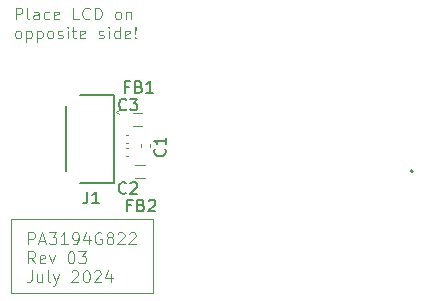
<source format=gbr>
%TF.GenerationSoftware,KiCad,Pcbnew,8.0.4*%
%TF.CreationDate,2024-07-27T12:09:47+02:00*%
%TF.ProjectId,PA3194G822_R03,50413331-3934-4473-9832-325f5230332e,3*%
%TF.SameCoordinates,Original*%
%TF.FileFunction,Legend,Top*%
%TF.FilePolarity,Positive*%
%FSLAX46Y46*%
G04 Gerber Fmt 4.6, Leading zero omitted, Abs format (unit mm)*
G04 Created by KiCad (PCBNEW 8.0.4) date 2024-07-27 12:09:47*
%MOMM*%
%LPD*%
G01*
G04 APERTURE LIST*
%ADD10C,0.100000*%
%ADD11C,0.150000*%
%ADD12C,0.120000*%
%ADD13C,0.152400*%
%ADD14C,0.200000*%
G04 APERTURE END LIST*
D10*
X108415000Y-106800000D02*
X120465000Y-106800000D01*
X120465000Y-113065000D01*
X108415000Y-113065000D01*
X108415000Y-106800000D01*
X108823884Y-89882475D02*
X108823884Y-88882475D01*
X108823884Y-88882475D02*
X109204836Y-88882475D01*
X109204836Y-88882475D02*
X109300074Y-88930094D01*
X109300074Y-88930094D02*
X109347693Y-88977713D01*
X109347693Y-88977713D02*
X109395312Y-89072951D01*
X109395312Y-89072951D02*
X109395312Y-89215808D01*
X109395312Y-89215808D02*
X109347693Y-89311046D01*
X109347693Y-89311046D02*
X109300074Y-89358665D01*
X109300074Y-89358665D02*
X109204836Y-89406284D01*
X109204836Y-89406284D02*
X108823884Y-89406284D01*
X109966741Y-89882475D02*
X109871503Y-89834856D01*
X109871503Y-89834856D02*
X109823884Y-89739617D01*
X109823884Y-89739617D02*
X109823884Y-88882475D01*
X110776265Y-89882475D02*
X110776265Y-89358665D01*
X110776265Y-89358665D02*
X110728646Y-89263427D01*
X110728646Y-89263427D02*
X110633408Y-89215808D01*
X110633408Y-89215808D02*
X110442932Y-89215808D01*
X110442932Y-89215808D02*
X110347694Y-89263427D01*
X110776265Y-89834856D02*
X110681027Y-89882475D01*
X110681027Y-89882475D02*
X110442932Y-89882475D01*
X110442932Y-89882475D02*
X110347694Y-89834856D01*
X110347694Y-89834856D02*
X110300075Y-89739617D01*
X110300075Y-89739617D02*
X110300075Y-89644379D01*
X110300075Y-89644379D02*
X110347694Y-89549141D01*
X110347694Y-89549141D02*
X110442932Y-89501522D01*
X110442932Y-89501522D02*
X110681027Y-89501522D01*
X110681027Y-89501522D02*
X110776265Y-89453903D01*
X111681027Y-89834856D02*
X111585789Y-89882475D01*
X111585789Y-89882475D02*
X111395313Y-89882475D01*
X111395313Y-89882475D02*
X111300075Y-89834856D01*
X111300075Y-89834856D02*
X111252456Y-89787236D01*
X111252456Y-89787236D02*
X111204837Y-89691998D01*
X111204837Y-89691998D02*
X111204837Y-89406284D01*
X111204837Y-89406284D02*
X111252456Y-89311046D01*
X111252456Y-89311046D02*
X111300075Y-89263427D01*
X111300075Y-89263427D02*
X111395313Y-89215808D01*
X111395313Y-89215808D02*
X111585789Y-89215808D01*
X111585789Y-89215808D02*
X111681027Y-89263427D01*
X112490551Y-89834856D02*
X112395313Y-89882475D01*
X112395313Y-89882475D02*
X112204837Y-89882475D01*
X112204837Y-89882475D02*
X112109599Y-89834856D01*
X112109599Y-89834856D02*
X112061980Y-89739617D01*
X112061980Y-89739617D02*
X112061980Y-89358665D01*
X112061980Y-89358665D02*
X112109599Y-89263427D01*
X112109599Y-89263427D02*
X112204837Y-89215808D01*
X112204837Y-89215808D02*
X112395313Y-89215808D01*
X112395313Y-89215808D02*
X112490551Y-89263427D01*
X112490551Y-89263427D02*
X112538170Y-89358665D01*
X112538170Y-89358665D02*
X112538170Y-89453903D01*
X112538170Y-89453903D02*
X112061980Y-89549141D01*
X114204837Y-89882475D02*
X113728647Y-89882475D01*
X113728647Y-89882475D02*
X113728647Y-88882475D01*
X115109599Y-89787236D02*
X115061980Y-89834856D01*
X115061980Y-89834856D02*
X114919123Y-89882475D01*
X114919123Y-89882475D02*
X114823885Y-89882475D01*
X114823885Y-89882475D02*
X114681028Y-89834856D01*
X114681028Y-89834856D02*
X114585790Y-89739617D01*
X114585790Y-89739617D02*
X114538171Y-89644379D01*
X114538171Y-89644379D02*
X114490552Y-89453903D01*
X114490552Y-89453903D02*
X114490552Y-89311046D01*
X114490552Y-89311046D02*
X114538171Y-89120570D01*
X114538171Y-89120570D02*
X114585790Y-89025332D01*
X114585790Y-89025332D02*
X114681028Y-88930094D01*
X114681028Y-88930094D02*
X114823885Y-88882475D01*
X114823885Y-88882475D02*
X114919123Y-88882475D01*
X114919123Y-88882475D02*
X115061980Y-88930094D01*
X115061980Y-88930094D02*
X115109599Y-88977713D01*
X115538171Y-89882475D02*
X115538171Y-88882475D01*
X115538171Y-88882475D02*
X115776266Y-88882475D01*
X115776266Y-88882475D02*
X115919123Y-88930094D01*
X115919123Y-88930094D02*
X116014361Y-89025332D01*
X116014361Y-89025332D02*
X116061980Y-89120570D01*
X116061980Y-89120570D02*
X116109599Y-89311046D01*
X116109599Y-89311046D02*
X116109599Y-89453903D01*
X116109599Y-89453903D02*
X116061980Y-89644379D01*
X116061980Y-89644379D02*
X116014361Y-89739617D01*
X116014361Y-89739617D02*
X115919123Y-89834856D01*
X115919123Y-89834856D02*
X115776266Y-89882475D01*
X115776266Y-89882475D02*
X115538171Y-89882475D01*
X117442933Y-89882475D02*
X117347695Y-89834856D01*
X117347695Y-89834856D02*
X117300076Y-89787236D01*
X117300076Y-89787236D02*
X117252457Y-89691998D01*
X117252457Y-89691998D02*
X117252457Y-89406284D01*
X117252457Y-89406284D02*
X117300076Y-89311046D01*
X117300076Y-89311046D02*
X117347695Y-89263427D01*
X117347695Y-89263427D02*
X117442933Y-89215808D01*
X117442933Y-89215808D02*
X117585790Y-89215808D01*
X117585790Y-89215808D02*
X117681028Y-89263427D01*
X117681028Y-89263427D02*
X117728647Y-89311046D01*
X117728647Y-89311046D02*
X117776266Y-89406284D01*
X117776266Y-89406284D02*
X117776266Y-89691998D01*
X117776266Y-89691998D02*
X117728647Y-89787236D01*
X117728647Y-89787236D02*
X117681028Y-89834856D01*
X117681028Y-89834856D02*
X117585790Y-89882475D01*
X117585790Y-89882475D02*
X117442933Y-89882475D01*
X118204838Y-89215808D02*
X118204838Y-89882475D01*
X118204838Y-89311046D02*
X118252457Y-89263427D01*
X118252457Y-89263427D02*
X118347695Y-89215808D01*
X118347695Y-89215808D02*
X118490552Y-89215808D01*
X118490552Y-89215808D02*
X118585790Y-89263427D01*
X118585790Y-89263427D02*
X118633409Y-89358665D01*
X118633409Y-89358665D02*
X118633409Y-89882475D01*
X108966741Y-91492419D02*
X108871503Y-91444800D01*
X108871503Y-91444800D02*
X108823884Y-91397180D01*
X108823884Y-91397180D02*
X108776265Y-91301942D01*
X108776265Y-91301942D02*
X108776265Y-91016228D01*
X108776265Y-91016228D02*
X108823884Y-90920990D01*
X108823884Y-90920990D02*
X108871503Y-90873371D01*
X108871503Y-90873371D02*
X108966741Y-90825752D01*
X108966741Y-90825752D02*
X109109598Y-90825752D01*
X109109598Y-90825752D02*
X109204836Y-90873371D01*
X109204836Y-90873371D02*
X109252455Y-90920990D01*
X109252455Y-90920990D02*
X109300074Y-91016228D01*
X109300074Y-91016228D02*
X109300074Y-91301942D01*
X109300074Y-91301942D02*
X109252455Y-91397180D01*
X109252455Y-91397180D02*
X109204836Y-91444800D01*
X109204836Y-91444800D02*
X109109598Y-91492419D01*
X109109598Y-91492419D02*
X108966741Y-91492419D01*
X109728646Y-90825752D02*
X109728646Y-91825752D01*
X109728646Y-90873371D02*
X109823884Y-90825752D01*
X109823884Y-90825752D02*
X110014360Y-90825752D01*
X110014360Y-90825752D02*
X110109598Y-90873371D01*
X110109598Y-90873371D02*
X110157217Y-90920990D01*
X110157217Y-90920990D02*
X110204836Y-91016228D01*
X110204836Y-91016228D02*
X110204836Y-91301942D01*
X110204836Y-91301942D02*
X110157217Y-91397180D01*
X110157217Y-91397180D02*
X110109598Y-91444800D01*
X110109598Y-91444800D02*
X110014360Y-91492419D01*
X110014360Y-91492419D02*
X109823884Y-91492419D01*
X109823884Y-91492419D02*
X109728646Y-91444800D01*
X110633408Y-90825752D02*
X110633408Y-91825752D01*
X110633408Y-90873371D02*
X110728646Y-90825752D01*
X110728646Y-90825752D02*
X110919122Y-90825752D01*
X110919122Y-90825752D02*
X111014360Y-90873371D01*
X111014360Y-90873371D02*
X111061979Y-90920990D01*
X111061979Y-90920990D02*
X111109598Y-91016228D01*
X111109598Y-91016228D02*
X111109598Y-91301942D01*
X111109598Y-91301942D02*
X111061979Y-91397180D01*
X111061979Y-91397180D02*
X111014360Y-91444800D01*
X111014360Y-91444800D02*
X110919122Y-91492419D01*
X110919122Y-91492419D02*
X110728646Y-91492419D01*
X110728646Y-91492419D02*
X110633408Y-91444800D01*
X111681027Y-91492419D02*
X111585789Y-91444800D01*
X111585789Y-91444800D02*
X111538170Y-91397180D01*
X111538170Y-91397180D02*
X111490551Y-91301942D01*
X111490551Y-91301942D02*
X111490551Y-91016228D01*
X111490551Y-91016228D02*
X111538170Y-90920990D01*
X111538170Y-90920990D02*
X111585789Y-90873371D01*
X111585789Y-90873371D02*
X111681027Y-90825752D01*
X111681027Y-90825752D02*
X111823884Y-90825752D01*
X111823884Y-90825752D02*
X111919122Y-90873371D01*
X111919122Y-90873371D02*
X111966741Y-90920990D01*
X111966741Y-90920990D02*
X112014360Y-91016228D01*
X112014360Y-91016228D02*
X112014360Y-91301942D01*
X112014360Y-91301942D02*
X111966741Y-91397180D01*
X111966741Y-91397180D02*
X111919122Y-91444800D01*
X111919122Y-91444800D02*
X111823884Y-91492419D01*
X111823884Y-91492419D02*
X111681027Y-91492419D01*
X112395313Y-91444800D02*
X112490551Y-91492419D01*
X112490551Y-91492419D02*
X112681027Y-91492419D01*
X112681027Y-91492419D02*
X112776265Y-91444800D01*
X112776265Y-91444800D02*
X112823884Y-91349561D01*
X112823884Y-91349561D02*
X112823884Y-91301942D01*
X112823884Y-91301942D02*
X112776265Y-91206704D01*
X112776265Y-91206704D02*
X112681027Y-91159085D01*
X112681027Y-91159085D02*
X112538170Y-91159085D01*
X112538170Y-91159085D02*
X112442932Y-91111466D01*
X112442932Y-91111466D02*
X112395313Y-91016228D01*
X112395313Y-91016228D02*
X112395313Y-90968609D01*
X112395313Y-90968609D02*
X112442932Y-90873371D01*
X112442932Y-90873371D02*
X112538170Y-90825752D01*
X112538170Y-90825752D02*
X112681027Y-90825752D01*
X112681027Y-90825752D02*
X112776265Y-90873371D01*
X113252456Y-91492419D02*
X113252456Y-90825752D01*
X113252456Y-90492419D02*
X113204837Y-90540038D01*
X113204837Y-90540038D02*
X113252456Y-90587657D01*
X113252456Y-90587657D02*
X113300075Y-90540038D01*
X113300075Y-90540038D02*
X113252456Y-90492419D01*
X113252456Y-90492419D02*
X113252456Y-90587657D01*
X113585789Y-90825752D02*
X113966741Y-90825752D01*
X113728646Y-90492419D02*
X113728646Y-91349561D01*
X113728646Y-91349561D02*
X113776265Y-91444800D01*
X113776265Y-91444800D02*
X113871503Y-91492419D01*
X113871503Y-91492419D02*
X113966741Y-91492419D01*
X114681027Y-91444800D02*
X114585789Y-91492419D01*
X114585789Y-91492419D02*
X114395313Y-91492419D01*
X114395313Y-91492419D02*
X114300075Y-91444800D01*
X114300075Y-91444800D02*
X114252456Y-91349561D01*
X114252456Y-91349561D02*
X114252456Y-90968609D01*
X114252456Y-90968609D02*
X114300075Y-90873371D01*
X114300075Y-90873371D02*
X114395313Y-90825752D01*
X114395313Y-90825752D02*
X114585789Y-90825752D01*
X114585789Y-90825752D02*
X114681027Y-90873371D01*
X114681027Y-90873371D02*
X114728646Y-90968609D01*
X114728646Y-90968609D02*
X114728646Y-91063847D01*
X114728646Y-91063847D02*
X114252456Y-91159085D01*
X115871504Y-91444800D02*
X115966742Y-91492419D01*
X115966742Y-91492419D02*
X116157218Y-91492419D01*
X116157218Y-91492419D02*
X116252456Y-91444800D01*
X116252456Y-91444800D02*
X116300075Y-91349561D01*
X116300075Y-91349561D02*
X116300075Y-91301942D01*
X116300075Y-91301942D02*
X116252456Y-91206704D01*
X116252456Y-91206704D02*
X116157218Y-91159085D01*
X116157218Y-91159085D02*
X116014361Y-91159085D01*
X116014361Y-91159085D02*
X115919123Y-91111466D01*
X115919123Y-91111466D02*
X115871504Y-91016228D01*
X115871504Y-91016228D02*
X115871504Y-90968609D01*
X115871504Y-90968609D02*
X115919123Y-90873371D01*
X115919123Y-90873371D02*
X116014361Y-90825752D01*
X116014361Y-90825752D02*
X116157218Y-90825752D01*
X116157218Y-90825752D02*
X116252456Y-90873371D01*
X116728647Y-91492419D02*
X116728647Y-90825752D01*
X116728647Y-90492419D02*
X116681028Y-90540038D01*
X116681028Y-90540038D02*
X116728647Y-90587657D01*
X116728647Y-90587657D02*
X116776266Y-90540038D01*
X116776266Y-90540038D02*
X116728647Y-90492419D01*
X116728647Y-90492419D02*
X116728647Y-90587657D01*
X117633408Y-91492419D02*
X117633408Y-90492419D01*
X117633408Y-91444800D02*
X117538170Y-91492419D01*
X117538170Y-91492419D02*
X117347694Y-91492419D01*
X117347694Y-91492419D02*
X117252456Y-91444800D01*
X117252456Y-91444800D02*
X117204837Y-91397180D01*
X117204837Y-91397180D02*
X117157218Y-91301942D01*
X117157218Y-91301942D02*
X117157218Y-91016228D01*
X117157218Y-91016228D02*
X117204837Y-90920990D01*
X117204837Y-90920990D02*
X117252456Y-90873371D01*
X117252456Y-90873371D02*
X117347694Y-90825752D01*
X117347694Y-90825752D02*
X117538170Y-90825752D01*
X117538170Y-90825752D02*
X117633408Y-90873371D01*
X118490551Y-91444800D02*
X118395313Y-91492419D01*
X118395313Y-91492419D02*
X118204837Y-91492419D01*
X118204837Y-91492419D02*
X118109599Y-91444800D01*
X118109599Y-91444800D02*
X118061980Y-91349561D01*
X118061980Y-91349561D02*
X118061980Y-90968609D01*
X118061980Y-90968609D02*
X118109599Y-90873371D01*
X118109599Y-90873371D02*
X118204837Y-90825752D01*
X118204837Y-90825752D02*
X118395313Y-90825752D01*
X118395313Y-90825752D02*
X118490551Y-90873371D01*
X118490551Y-90873371D02*
X118538170Y-90968609D01*
X118538170Y-90968609D02*
X118538170Y-91063847D01*
X118538170Y-91063847D02*
X118061980Y-91159085D01*
X118966742Y-91397180D02*
X119014361Y-91444800D01*
X119014361Y-91444800D02*
X118966742Y-91492419D01*
X118966742Y-91492419D02*
X118919123Y-91444800D01*
X118919123Y-91444800D02*
X118966742Y-91397180D01*
X118966742Y-91397180D02*
X118966742Y-91492419D01*
X118966742Y-91111466D02*
X118919123Y-90540038D01*
X118919123Y-90540038D02*
X118966742Y-90492419D01*
X118966742Y-90492419D02*
X119014361Y-90540038D01*
X119014361Y-90540038D02*
X118966742Y-91111466D01*
X118966742Y-91111466D02*
X118966742Y-90492419D01*
X109908884Y-108915031D02*
X109908884Y-107915031D01*
X109908884Y-107915031D02*
X110289836Y-107915031D01*
X110289836Y-107915031D02*
X110385074Y-107962650D01*
X110385074Y-107962650D02*
X110432693Y-108010269D01*
X110432693Y-108010269D02*
X110480312Y-108105507D01*
X110480312Y-108105507D02*
X110480312Y-108248364D01*
X110480312Y-108248364D02*
X110432693Y-108343602D01*
X110432693Y-108343602D02*
X110385074Y-108391221D01*
X110385074Y-108391221D02*
X110289836Y-108438840D01*
X110289836Y-108438840D02*
X109908884Y-108438840D01*
X110861265Y-108629316D02*
X111337455Y-108629316D01*
X110766027Y-108915031D02*
X111099360Y-107915031D01*
X111099360Y-107915031D02*
X111432693Y-108915031D01*
X111670789Y-107915031D02*
X112289836Y-107915031D01*
X112289836Y-107915031D02*
X111956503Y-108295983D01*
X111956503Y-108295983D02*
X112099360Y-108295983D01*
X112099360Y-108295983D02*
X112194598Y-108343602D01*
X112194598Y-108343602D02*
X112242217Y-108391221D01*
X112242217Y-108391221D02*
X112289836Y-108486459D01*
X112289836Y-108486459D02*
X112289836Y-108724554D01*
X112289836Y-108724554D02*
X112242217Y-108819792D01*
X112242217Y-108819792D02*
X112194598Y-108867412D01*
X112194598Y-108867412D02*
X112099360Y-108915031D01*
X112099360Y-108915031D02*
X111813646Y-108915031D01*
X111813646Y-108915031D02*
X111718408Y-108867412D01*
X111718408Y-108867412D02*
X111670789Y-108819792D01*
X113242217Y-108915031D02*
X112670789Y-108915031D01*
X112956503Y-108915031D02*
X112956503Y-107915031D01*
X112956503Y-107915031D02*
X112861265Y-108057888D01*
X112861265Y-108057888D02*
X112766027Y-108153126D01*
X112766027Y-108153126D02*
X112670789Y-108200745D01*
X113718408Y-108915031D02*
X113908884Y-108915031D01*
X113908884Y-108915031D02*
X114004122Y-108867412D01*
X114004122Y-108867412D02*
X114051741Y-108819792D01*
X114051741Y-108819792D02*
X114146979Y-108676935D01*
X114146979Y-108676935D02*
X114194598Y-108486459D01*
X114194598Y-108486459D02*
X114194598Y-108105507D01*
X114194598Y-108105507D02*
X114146979Y-108010269D01*
X114146979Y-108010269D02*
X114099360Y-107962650D01*
X114099360Y-107962650D02*
X114004122Y-107915031D01*
X114004122Y-107915031D02*
X113813646Y-107915031D01*
X113813646Y-107915031D02*
X113718408Y-107962650D01*
X113718408Y-107962650D02*
X113670789Y-108010269D01*
X113670789Y-108010269D02*
X113623170Y-108105507D01*
X113623170Y-108105507D02*
X113623170Y-108343602D01*
X113623170Y-108343602D02*
X113670789Y-108438840D01*
X113670789Y-108438840D02*
X113718408Y-108486459D01*
X113718408Y-108486459D02*
X113813646Y-108534078D01*
X113813646Y-108534078D02*
X114004122Y-108534078D01*
X114004122Y-108534078D02*
X114099360Y-108486459D01*
X114099360Y-108486459D02*
X114146979Y-108438840D01*
X114146979Y-108438840D02*
X114194598Y-108343602D01*
X115051741Y-108248364D02*
X115051741Y-108915031D01*
X114813646Y-107867412D02*
X114575551Y-108581697D01*
X114575551Y-108581697D02*
X115194598Y-108581697D01*
X116099360Y-107962650D02*
X116004122Y-107915031D01*
X116004122Y-107915031D02*
X115861265Y-107915031D01*
X115861265Y-107915031D02*
X115718408Y-107962650D01*
X115718408Y-107962650D02*
X115623170Y-108057888D01*
X115623170Y-108057888D02*
X115575551Y-108153126D01*
X115575551Y-108153126D02*
X115527932Y-108343602D01*
X115527932Y-108343602D02*
X115527932Y-108486459D01*
X115527932Y-108486459D02*
X115575551Y-108676935D01*
X115575551Y-108676935D02*
X115623170Y-108772173D01*
X115623170Y-108772173D02*
X115718408Y-108867412D01*
X115718408Y-108867412D02*
X115861265Y-108915031D01*
X115861265Y-108915031D02*
X115956503Y-108915031D01*
X115956503Y-108915031D02*
X116099360Y-108867412D01*
X116099360Y-108867412D02*
X116146979Y-108819792D01*
X116146979Y-108819792D02*
X116146979Y-108486459D01*
X116146979Y-108486459D02*
X115956503Y-108486459D01*
X116718408Y-108343602D02*
X116623170Y-108295983D01*
X116623170Y-108295983D02*
X116575551Y-108248364D01*
X116575551Y-108248364D02*
X116527932Y-108153126D01*
X116527932Y-108153126D02*
X116527932Y-108105507D01*
X116527932Y-108105507D02*
X116575551Y-108010269D01*
X116575551Y-108010269D02*
X116623170Y-107962650D01*
X116623170Y-107962650D02*
X116718408Y-107915031D01*
X116718408Y-107915031D02*
X116908884Y-107915031D01*
X116908884Y-107915031D02*
X117004122Y-107962650D01*
X117004122Y-107962650D02*
X117051741Y-108010269D01*
X117051741Y-108010269D02*
X117099360Y-108105507D01*
X117099360Y-108105507D02*
X117099360Y-108153126D01*
X117099360Y-108153126D02*
X117051741Y-108248364D01*
X117051741Y-108248364D02*
X117004122Y-108295983D01*
X117004122Y-108295983D02*
X116908884Y-108343602D01*
X116908884Y-108343602D02*
X116718408Y-108343602D01*
X116718408Y-108343602D02*
X116623170Y-108391221D01*
X116623170Y-108391221D02*
X116575551Y-108438840D01*
X116575551Y-108438840D02*
X116527932Y-108534078D01*
X116527932Y-108534078D02*
X116527932Y-108724554D01*
X116527932Y-108724554D02*
X116575551Y-108819792D01*
X116575551Y-108819792D02*
X116623170Y-108867412D01*
X116623170Y-108867412D02*
X116718408Y-108915031D01*
X116718408Y-108915031D02*
X116908884Y-108915031D01*
X116908884Y-108915031D02*
X117004122Y-108867412D01*
X117004122Y-108867412D02*
X117051741Y-108819792D01*
X117051741Y-108819792D02*
X117099360Y-108724554D01*
X117099360Y-108724554D02*
X117099360Y-108534078D01*
X117099360Y-108534078D02*
X117051741Y-108438840D01*
X117051741Y-108438840D02*
X117004122Y-108391221D01*
X117004122Y-108391221D02*
X116908884Y-108343602D01*
X117480313Y-108010269D02*
X117527932Y-107962650D01*
X117527932Y-107962650D02*
X117623170Y-107915031D01*
X117623170Y-107915031D02*
X117861265Y-107915031D01*
X117861265Y-107915031D02*
X117956503Y-107962650D01*
X117956503Y-107962650D02*
X118004122Y-108010269D01*
X118004122Y-108010269D02*
X118051741Y-108105507D01*
X118051741Y-108105507D02*
X118051741Y-108200745D01*
X118051741Y-108200745D02*
X118004122Y-108343602D01*
X118004122Y-108343602D02*
X117432694Y-108915031D01*
X117432694Y-108915031D02*
X118051741Y-108915031D01*
X118432694Y-108010269D02*
X118480313Y-107962650D01*
X118480313Y-107962650D02*
X118575551Y-107915031D01*
X118575551Y-107915031D02*
X118813646Y-107915031D01*
X118813646Y-107915031D02*
X118908884Y-107962650D01*
X118908884Y-107962650D02*
X118956503Y-108010269D01*
X118956503Y-108010269D02*
X119004122Y-108105507D01*
X119004122Y-108105507D02*
X119004122Y-108200745D01*
X119004122Y-108200745D02*
X118956503Y-108343602D01*
X118956503Y-108343602D02*
X118385075Y-108915031D01*
X118385075Y-108915031D02*
X119004122Y-108915031D01*
X110480312Y-110524975D02*
X110146979Y-110048784D01*
X109908884Y-110524975D02*
X109908884Y-109524975D01*
X109908884Y-109524975D02*
X110289836Y-109524975D01*
X110289836Y-109524975D02*
X110385074Y-109572594D01*
X110385074Y-109572594D02*
X110432693Y-109620213D01*
X110432693Y-109620213D02*
X110480312Y-109715451D01*
X110480312Y-109715451D02*
X110480312Y-109858308D01*
X110480312Y-109858308D02*
X110432693Y-109953546D01*
X110432693Y-109953546D02*
X110385074Y-110001165D01*
X110385074Y-110001165D02*
X110289836Y-110048784D01*
X110289836Y-110048784D02*
X109908884Y-110048784D01*
X111289836Y-110477356D02*
X111194598Y-110524975D01*
X111194598Y-110524975D02*
X111004122Y-110524975D01*
X111004122Y-110524975D02*
X110908884Y-110477356D01*
X110908884Y-110477356D02*
X110861265Y-110382117D01*
X110861265Y-110382117D02*
X110861265Y-110001165D01*
X110861265Y-110001165D02*
X110908884Y-109905927D01*
X110908884Y-109905927D02*
X111004122Y-109858308D01*
X111004122Y-109858308D02*
X111194598Y-109858308D01*
X111194598Y-109858308D02*
X111289836Y-109905927D01*
X111289836Y-109905927D02*
X111337455Y-110001165D01*
X111337455Y-110001165D02*
X111337455Y-110096403D01*
X111337455Y-110096403D02*
X110861265Y-110191641D01*
X111670789Y-109858308D02*
X111908884Y-110524975D01*
X111908884Y-110524975D02*
X112146979Y-109858308D01*
X113480313Y-109524975D02*
X113575551Y-109524975D01*
X113575551Y-109524975D02*
X113670789Y-109572594D01*
X113670789Y-109572594D02*
X113718408Y-109620213D01*
X113718408Y-109620213D02*
X113766027Y-109715451D01*
X113766027Y-109715451D02*
X113813646Y-109905927D01*
X113813646Y-109905927D02*
X113813646Y-110144022D01*
X113813646Y-110144022D02*
X113766027Y-110334498D01*
X113766027Y-110334498D02*
X113718408Y-110429736D01*
X113718408Y-110429736D02*
X113670789Y-110477356D01*
X113670789Y-110477356D02*
X113575551Y-110524975D01*
X113575551Y-110524975D02*
X113480313Y-110524975D01*
X113480313Y-110524975D02*
X113385075Y-110477356D01*
X113385075Y-110477356D02*
X113337456Y-110429736D01*
X113337456Y-110429736D02*
X113289837Y-110334498D01*
X113289837Y-110334498D02*
X113242218Y-110144022D01*
X113242218Y-110144022D02*
X113242218Y-109905927D01*
X113242218Y-109905927D02*
X113289837Y-109715451D01*
X113289837Y-109715451D02*
X113337456Y-109620213D01*
X113337456Y-109620213D02*
X113385075Y-109572594D01*
X113385075Y-109572594D02*
X113480313Y-109524975D01*
X114146980Y-109524975D02*
X114766027Y-109524975D01*
X114766027Y-109524975D02*
X114432694Y-109905927D01*
X114432694Y-109905927D02*
X114575551Y-109905927D01*
X114575551Y-109905927D02*
X114670789Y-109953546D01*
X114670789Y-109953546D02*
X114718408Y-110001165D01*
X114718408Y-110001165D02*
X114766027Y-110096403D01*
X114766027Y-110096403D02*
X114766027Y-110334498D01*
X114766027Y-110334498D02*
X114718408Y-110429736D01*
X114718408Y-110429736D02*
X114670789Y-110477356D01*
X114670789Y-110477356D02*
X114575551Y-110524975D01*
X114575551Y-110524975D02*
X114289837Y-110524975D01*
X114289837Y-110524975D02*
X114194599Y-110477356D01*
X114194599Y-110477356D02*
X114146980Y-110429736D01*
X110194598Y-111134919D02*
X110194598Y-111849204D01*
X110194598Y-111849204D02*
X110146979Y-111992061D01*
X110146979Y-111992061D02*
X110051741Y-112087300D01*
X110051741Y-112087300D02*
X109908884Y-112134919D01*
X109908884Y-112134919D02*
X109813646Y-112134919D01*
X111099360Y-111468252D02*
X111099360Y-112134919D01*
X110670789Y-111468252D02*
X110670789Y-111992061D01*
X110670789Y-111992061D02*
X110718408Y-112087300D01*
X110718408Y-112087300D02*
X110813646Y-112134919D01*
X110813646Y-112134919D02*
X110956503Y-112134919D01*
X110956503Y-112134919D02*
X111051741Y-112087300D01*
X111051741Y-112087300D02*
X111099360Y-112039680D01*
X111718408Y-112134919D02*
X111623170Y-112087300D01*
X111623170Y-112087300D02*
X111575551Y-111992061D01*
X111575551Y-111992061D02*
X111575551Y-111134919D01*
X112004123Y-111468252D02*
X112242218Y-112134919D01*
X112480313Y-111468252D02*
X112242218Y-112134919D01*
X112242218Y-112134919D02*
X112146980Y-112373014D01*
X112146980Y-112373014D02*
X112099361Y-112420633D01*
X112099361Y-112420633D02*
X112004123Y-112468252D01*
X113575552Y-111230157D02*
X113623171Y-111182538D01*
X113623171Y-111182538D02*
X113718409Y-111134919D01*
X113718409Y-111134919D02*
X113956504Y-111134919D01*
X113956504Y-111134919D02*
X114051742Y-111182538D01*
X114051742Y-111182538D02*
X114099361Y-111230157D01*
X114099361Y-111230157D02*
X114146980Y-111325395D01*
X114146980Y-111325395D02*
X114146980Y-111420633D01*
X114146980Y-111420633D02*
X114099361Y-111563490D01*
X114099361Y-111563490D02*
X113527933Y-112134919D01*
X113527933Y-112134919D02*
X114146980Y-112134919D01*
X114766028Y-111134919D02*
X114861266Y-111134919D01*
X114861266Y-111134919D02*
X114956504Y-111182538D01*
X114956504Y-111182538D02*
X115004123Y-111230157D01*
X115004123Y-111230157D02*
X115051742Y-111325395D01*
X115051742Y-111325395D02*
X115099361Y-111515871D01*
X115099361Y-111515871D02*
X115099361Y-111753966D01*
X115099361Y-111753966D02*
X115051742Y-111944442D01*
X115051742Y-111944442D02*
X115004123Y-112039680D01*
X115004123Y-112039680D02*
X114956504Y-112087300D01*
X114956504Y-112087300D02*
X114861266Y-112134919D01*
X114861266Y-112134919D02*
X114766028Y-112134919D01*
X114766028Y-112134919D02*
X114670790Y-112087300D01*
X114670790Y-112087300D02*
X114623171Y-112039680D01*
X114623171Y-112039680D02*
X114575552Y-111944442D01*
X114575552Y-111944442D02*
X114527933Y-111753966D01*
X114527933Y-111753966D02*
X114527933Y-111515871D01*
X114527933Y-111515871D02*
X114575552Y-111325395D01*
X114575552Y-111325395D02*
X114623171Y-111230157D01*
X114623171Y-111230157D02*
X114670790Y-111182538D01*
X114670790Y-111182538D02*
X114766028Y-111134919D01*
X115480314Y-111230157D02*
X115527933Y-111182538D01*
X115527933Y-111182538D02*
X115623171Y-111134919D01*
X115623171Y-111134919D02*
X115861266Y-111134919D01*
X115861266Y-111134919D02*
X115956504Y-111182538D01*
X115956504Y-111182538D02*
X116004123Y-111230157D01*
X116004123Y-111230157D02*
X116051742Y-111325395D01*
X116051742Y-111325395D02*
X116051742Y-111420633D01*
X116051742Y-111420633D02*
X116004123Y-111563490D01*
X116004123Y-111563490D02*
X115432695Y-112134919D01*
X115432695Y-112134919D02*
X116051742Y-112134919D01*
X116908885Y-111468252D02*
X116908885Y-112134919D01*
X116670790Y-111087300D02*
X116432695Y-111801585D01*
X116432695Y-111801585D02*
X117051742Y-111801585D01*
D11*
X118173333Y-104559580D02*
X118125714Y-104607200D01*
X118125714Y-104607200D02*
X117982857Y-104654819D01*
X117982857Y-104654819D02*
X117887619Y-104654819D01*
X117887619Y-104654819D02*
X117744762Y-104607200D01*
X117744762Y-104607200D02*
X117649524Y-104511961D01*
X117649524Y-104511961D02*
X117601905Y-104416723D01*
X117601905Y-104416723D02*
X117554286Y-104226247D01*
X117554286Y-104226247D02*
X117554286Y-104083390D01*
X117554286Y-104083390D02*
X117601905Y-103892914D01*
X117601905Y-103892914D02*
X117649524Y-103797676D01*
X117649524Y-103797676D02*
X117744762Y-103702438D01*
X117744762Y-103702438D02*
X117887619Y-103654819D01*
X117887619Y-103654819D02*
X117982857Y-103654819D01*
X117982857Y-103654819D02*
X118125714Y-103702438D01*
X118125714Y-103702438D02*
X118173333Y-103750057D01*
X118554286Y-103750057D02*
X118601905Y-103702438D01*
X118601905Y-103702438D02*
X118697143Y-103654819D01*
X118697143Y-103654819D02*
X118935238Y-103654819D01*
X118935238Y-103654819D02*
X119030476Y-103702438D01*
X119030476Y-103702438D02*
X119078095Y-103750057D01*
X119078095Y-103750057D02*
X119125714Y-103845295D01*
X119125714Y-103845295D02*
X119125714Y-103940533D01*
X119125714Y-103940533D02*
X119078095Y-104083390D01*
X119078095Y-104083390D02*
X118506667Y-104654819D01*
X118506667Y-104654819D02*
X119125714Y-104654819D01*
X121449580Y-100841666D02*
X121497200Y-100889285D01*
X121497200Y-100889285D02*
X121544819Y-101032142D01*
X121544819Y-101032142D02*
X121544819Y-101127380D01*
X121544819Y-101127380D02*
X121497200Y-101270237D01*
X121497200Y-101270237D02*
X121401961Y-101365475D01*
X121401961Y-101365475D02*
X121306723Y-101413094D01*
X121306723Y-101413094D02*
X121116247Y-101460713D01*
X121116247Y-101460713D02*
X120973390Y-101460713D01*
X120973390Y-101460713D02*
X120782914Y-101413094D01*
X120782914Y-101413094D02*
X120687676Y-101365475D01*
X120687676Y-101365475D02*
X120592438Y-101270237D01*
X120592438Y-101270237D02*
X120544819Y-101127380D01*
X120544819Y-101127380D02*
X120544819Y-101032142D01*
X120544819Y-101032142D02*
X120592438Y-100889285D01*
X120592438Y-100889285D02*
X120640057Y-100841666D01*
X121544819Y-99889285D02*
X121544819Y-100460713D01*
X121544819Y-100174999D02*
X120544819Y-100174999D01*
X120544819Y-100174999D02*
X120687676Y-100270237D01*
X120687676Y-100270237D02*
X120782914Y-100365475D01*
X120782914Y-100365475D02*
X120830533Y-100460713D01*
X118406666Y-95581009D02*
X118073333Y-95581009D01*
X118073333Y-96104819D02*
X118073333Y-95104819D01*
X118073333Y-95104819D02*
X118549523Y-95104819D01*
X119263809Y-95581009D02*
X119406666Y-95628628D01*
X119406666Y-95628628D02*
X119454285Y-95676247D01*
X119454285Y-95676247D02*
X119501904Y-95771485D01*
X119501904Y-95771485D02*
X119501904Y-95914342D01*
X119501904Y-95914342D02*
X119454285Y-96009580D01*
X119454285Y-96009580D02*
X119406666Y-96057200D01*
X119406666Y-96057200D02*
X119311428Y-96104819D01*
X119311428Y-96104819D02*
X118930476Y-96104819D01*
X118930476Y-96104819D02*
X118930476Y-95104819D01*
X118930476Y-95104819D02*
X119263809Y-95104819D01*
X119263809Y-95104819D02*
X119359047Y-95152438D01*
X119359047Y-95152438D02*
X119406666Y-95200057D01*
X119406666Y-95200057D02*
X119454285Y-95295295D01*
X119454285Y-95295295D02*
X119454285Y-95390533D01*
X119454285Y-95390533D02*
X119406666Y-95485771D01*
X119406666Y-95485771D02*
X119359047Y-95533390D01*
X119359047Y-95533390D02*
X119263809Y-95581009D01*
X119263809Y-95581009D02*
X118930476Y-95581009D01*
X120454285Y-96104819D02*
X119882857Y-96104819D01*
X120168571Y-96104819D02*
X120168571Y-95104819D01*
X120168571Y-95104819D02*
X120073333Y-95247676D01*
X120073333Y-95247676D02*
X119978095Y-95342914D01*
X119978095Y-95342914D02*
X119882857Y-95390533D01*
X114906666Y-104454819D02*
X114906666Y-105169104D01*
X114906666Y-105169104D02*
X114859047Y-105311961D01*
X114859047Y-105311961D02*
X114763809Y-105407200D01*
X114763809Y-105407200D02*
X114620952Y-105454819D01*
X114620952Y-105454819D02*
X114525714Y-105454819D01*
X115906666Y-105454819D02*
X115335238Y-105454819D01*
X115620952Y-105454819D02*
X115620952Y-104454819D01*
X115620952Y-104454819D02*
X115525714Y-104597676D01*
X115525714Y-104597676D02*
X115430476Y-104692914D01*
X115430476Y-104692914D02*
X115335238Y-104740533D01*
X118606666Y-105606009D02*
X118273333Y-105606009D01*
X118273333Y-106129819D02*
X118273333Y-105129819D01*
X118273333Y-105129819D02*
X118749523Y-105129819D01*
X119463809Y-105606009D02*
X119606666Y-105653628D01*
X119606666Y-105653628D02*
X119654285Y-105701247D01*
X119654285Y-105701247D02*
X119701904Y-105796485D01*
X119701904Y-105796485D02*
X119701904Y-105939342D01*
X119701904Y-105939342D02*
X119654285Y-106034580D01*
X119654285Y-106034580D02*
X119606666Y-106082200D01*
X119606666Y-106082200D02*
X119511428Y-106129819D01*
X119511428Y-106129819D02*
X119130476Y-106129819D01*
X119130476Y-106129819D02*
X119130476Y-105129819D01*
X119130476Y-105129819D02*
X119463809Y-105129819D01*
X119463809Y-105129819D02*
X119559047Y-105177438D01*
X119559047Y-105177438D02*
X119606666Y-105225057D01*
X119606666Y-105225057D02*
X119654285Y-105320295D01*
X119654285Y-105320295D02*
X119654285Y-105415533D01*
X119654285Y-105415533D02*
X119606666Y-105510771D01*
X119606666Y-105510771D02*
X119559047Y-105558390D01*
X119559047Y-105558390D02*
X119463809Y-105606009D01*
X119463809Y-105606009D02*
X119130476Y-105606009D01*
X120082857Y-105225057D02*
X120130476Y-105177438D01*
X120130476Y-105177438D02*
X120225714Y-105129819D01*
X120225714Y-105129819D02*
X120463809Y-105129819D01*
X120463809Y-105129819D02*
X120559047Y-105177438D01*
X120559047Y-105177438D02*
X120606666Y-105225057D01*
X120606666Y-105225057D02*
X120654285Y-105320295D01*
X120654285Y-105320295D02*
X120654285Y-105415533D01*
X120654285Y-105415533D02*
X120606666Y-105558390D01*
X120606666Y-105558390D02*
X120035238Y-106129819D01*
X120035238Y-106129819D02*
X120654285Y-106129819D01*
X118198333Y-97484580D02*
X118150714Y-97532200D01*
X118150714Y-97532200D02*
X118007857Y-97579819D01*
X118007857Y-97579819D02*
X117912619Y-97579819D01*
X117912619Y-97579819D02*
X117769762Y-97532200D01*
X117769762Y-97532200D02*
X117674524Y-97436961D01*
X117674524Y-97436961D02*
X117626905Y-97341723D01*
X117626905Y-97341723D02*
X117579286Y-97151247D01*
X117579286Y-97151247D02*
X117579286Y-97008390D01*
X117579286Y-97008390D02*
X117626905Y-96817914D01*
X117626905Y-96817914D02*
X117674524Y-96722676D01*
X117674524Y-96722676D02*
X117769762Y-96627438D01*
X117769762Y-96627438D02*
X117912619Y-96579819D01*
X117912619Y-96579819D02*
X118007857Y-96579819D01*
X118007857Y-96579819D02*
X118150714Y-96627438D01*
X118150714Y-96627438D02*
X118198333Y-96675057D01*
X118531667Y-96579819D02*
X119150714Y-96579819D01*
X119150714Y-96579819D02*
X118817381Y-96960771D01*
X118817381Y-96960771D02*
X118960238Y-96960771D01*
X118960238Y-96960771D02*
X119055476Y-97008390D01*
X119055476Y-97008390D02*
X119103095Y-97056009D01*
X119103095Y-97056009D02*
X119150714Y-97151247D01*
X119150714Y-97151247D02*
X119150714Y-97389342D01*
X119150714Y-97389342D02*
X119103095Y-97484580D01*
X119103095Y-97484580D02*
X119055476Y-97532200D01*
X119055476Y-97532200D02*
X118960238Y-97579819D01*
X118960238Y-97579819D02*
X118674524Y-97579819D01*
X118674524Y-97579819D02*
X118579286Y-97532200D01*
X118579286Y-97532200D02*
X118531667Y-97484580D01*
D12*
%TO.C,C2*%
X118157164Y-100740000D02*
X118372836Y-100740000D01*
X118157164Y-101460000D02*
X118372836Y-101460000D01*
%TO.C,C1*%
X119480000Y-100682836D02*
X119480000Y-100467164D01*
X120200000Y-100682836D02*
X120200000Y-100467164D01*
%TO.C,FB1*%
X118740378Y-97815000D02*
X119539622Y-97815000D01*
X118740378Y-98935000D02*
X119539622Y-98935000D01*
D13*
%TO.C,J1*%
X113090376Y-97237683D02*
X113090376Y-102745517D01*
X114290000Y-103700000D02*
X117140000Y-103700000D01*
X117140000Y-96300000D02*
X114290000Y-96300000D01*
X117140000Y-103700000D02*
X117140000Y-96300000D01*
D10*
X117320000Y-97740000D02*
X117570000Y-97890000D01*
X117570000Y-97590000D02*
X117320000Y-97740000D01*
D12*
%TO.C,FB2*%
X119764622Y-102190000D02*
X118965378Y-102190000D01*
X119764622Y-103310000D02*
X118965378Y-103310000D01*
D14*
%TO.C,J2*%
X142470000Y-102740000D02*
G75*
G02*
X142270000Y-102740000I-100000J0D01*
G01*
X142270000Y-102740000D02*
G75*
G02*
X142470000Y-102740000I100000J0D01*
G01*
D12*
%TO.C,C3*%
X118157164Y-99640000D02*
X118372836Y-99640000D01*
X118157164Y-100360000D02*
X118372836Y-100360000D01*
%TD*%
M02*

</source>
